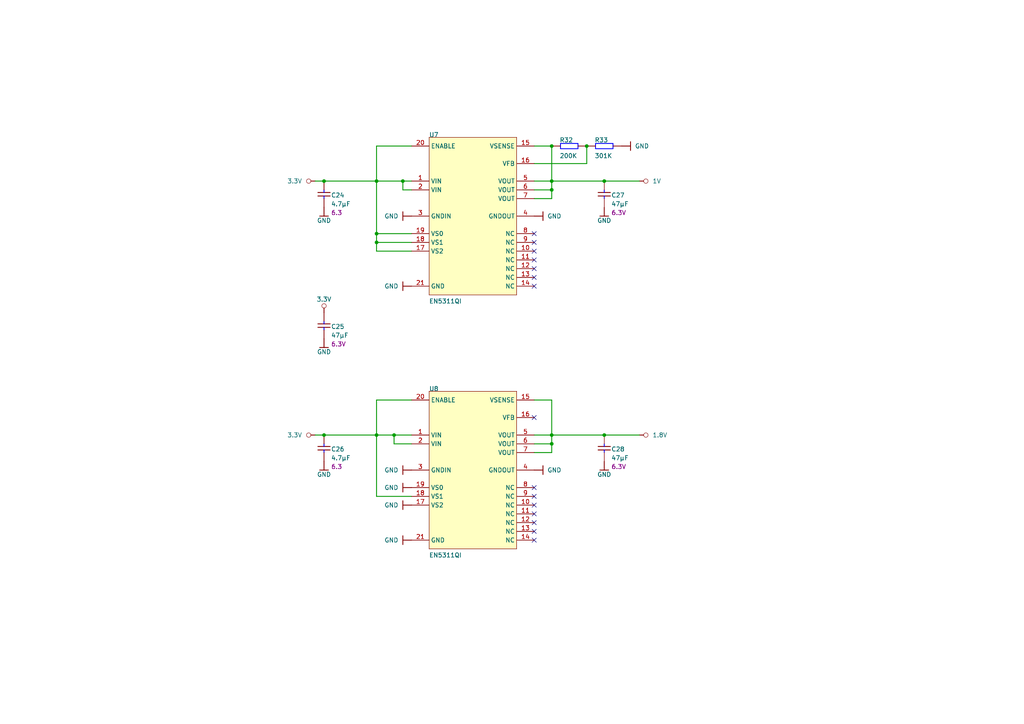
<source format=kicad_sch>
(kicad_sch (version 20230121) (generator eeschema)
  (paper "A4")
  (title_block (title "ZoM Mod A - Power") (date "12/16/2014") (rev "01"))
  (lib_symbols
    (symbol "POWER-altium-import:1.8V" (power)
      (property "Reference" "#PWR" (at 0 0 0))
      (property "Value" "1.8V" (at 0 3.81 0))
      (symbol "1.8V_0_0"
        (circle (center 0 -1.905) (radius 0.635) (stroke (width 0.127)))
        (polyline (pts (xy 0 0) (xy 0 -1.27)) (stroke (width 0.254)))
        (pin power_in line (at 0 0 0) (length 0) hide (name "1.8V") (number ""))
      )
    )
    (symbol "POWER-altium-import:1V" (power)
      (property "Reference" "#PWR" (at 0 0 0))
      (property "Value" "1V" (at 0 3.81 0))
      (symbol "1V_0_0"
        (circle (center 0 -1.905) (radius 0.635) (stroke (width 0.127)))
        (polyline (pts (xy 0 0) (xy 0 -1.27)) (stroke (width 0.254)))
        (pin power_in line (at 0 0 0) (length 0) hide (name "1V") (number ""))
      )
    )
    (symbol "POWER-altium-import:3.3V" (power)
      (property "Reference" "#PWR" (at 0 0 0))
      (property "Value" "3.3V" (at 0 3.81 0))
      (symbol "3.3V_0_0"
        (circle (center 0 -1.905) (radius 0.635) (stroke (width 0.127)))
        (polyline (pts (xy 0 0) (xy 0 -1.27)) (stroke (width 0.254)))
        (pin power_in line (at 0 0 0) (length 0) hide (name "3.3V") (number ""))
      )
    )
    (symbol "POWER-altium-import:GND" (power)
      (property "Reference" "#PWR" (at 0 0 0))
      (property "Value" "GND" (at 0 3.81 0))
      (symbol "GND_0_0"
        (polyline (pts (xy -1.27 -2.54) (xy 1.27 -2.54)) (stroke (width 0.254)))
        (polyline (pts (xy 0 0) (xy 0 -2.54)) (stroke (width 0.254)))
        (pin power_in line (at 0 0 0) (length 0) hide (name "GND") (number ""))
      )
    )
    (symbol "POWER-altium-import:root_0_CAP-NP"
      (symbol "root_0_CAP-NP_1_0"
        (polyline (pts (xy -1.778 -4.318) (xy 1.778 -4.318)) (stroke (width 0.254)))
        (polyline (pts (xy -1.778 -3.302) (xy 1.778 -3.302)) (stroke (width 0.254)))
        (polyline (pts (xy 0 -5.08) (xy 0 -4.318)) (stroke (width 0.254) (color 0 0 255 1)))
        (polyline (pts (xy 0 -2.54) (xy 0 -3.302)) (stroke (width 0.254) (color 0 0 255 1)))
        (pin passive line (at 0 0 270) (length 2.54) (name "1") (number "1"))
        (pin passive line (at 0 -7.62 90) (length 2.54) (name "2") (number "2"))
      )
    )
    (symbol "POWER-altium-import:root_0_EN5311QI"
      (symbol "root_0_EN5311QI_1_0"
        (rectangle (start 25.4 0) (end 0 -45.72) (fill (type background)))
        (pin power_in line (at -5.08 -12.7 0) (length 5.08) (name "VIN") (number "1"))
        (pin passive line (at 30.48 -33.02 180) (length 5.08) (name "NC") (number "10"))
        (pin passive line (at 30.48 -35.56 180) (length 5.08) (name "NC") (number "11"))
        (pin passive line (at 30.48 -38.1 180) (length 5.08) (name "NC") (number "12"))
        (pin passive line (at 30.48 -40.64 180) (length 5.08) (name "NC") (number "13"))
        (pin passive line (at 30.48 -43.18 180) (length 5.08) (name "NC") (number "14"))
        (pin input line (at 30.48 -2.54 180) (length 5.08) (name "VSENSE") (number "15"))
        (pin input line (at 30.48 -7.62 180) (length 5.08) (name "VFB") (number "16"))
        (pin input line (at -5.08 -33.02 0) (length 5.08) (name "VS2") (number "17"))
        (pin input line (at -5.08 -30.48 0) (length 5.08) (name "VS1") (number "18"))
        (pin input line (at -5.08 -27.94 0) (length 5.08) (name "VS0") (number "19"))
        (pin power_in line (at -5.08 -15.24 0) (length 5.08) (name "VIN") (number "2"))
        (pin input line (at -5.08 -2.54 0) (length 5.08) (name "ENABLE") (number "20"))
        (pin power_in line (at -5.08 -43.18 0) (length 5.08) (name "GND") (number "21"))
        (pin power_in line (at -5.08 -22.86 0) (length 5.08) (name "GNDIN") (number "3"))
        (pin power_in line (at 30.48 -22.86 180) (length 5.08) (name "GNDOUT") (number "4"))
        (pin power_in line (at 30.48 -12.7 180) (length 5.08) (name "VOUT") (number "5"))
        (pin power_in line (at 30.48 -15.24 180) (length 5.08) (name "VOUT") (number "6"))
        (pin power_in line (at 30.48 -17.78 180) (length 5.08) (name "VOUT") (number "7"))
        (pin passive line (at 30.48 -27.94 180) (length 5.08) (name "NC") (number "8"))
        (pin passive line (at 30.48 -30.48 180) (length 5.08) (name "NC") (number "9"))
      )
    )
    (symbol "POWER-altium-import:root_1_RES"
      (symbol "root_1_RES_1_0"
        (polyline (pts (xy 7.62 0) (xy 7.62 0.762) (xy 2.54 0.762) (xy 2.54 -0.762) (xy 7.62 -0.762) (xy 7.62 0)) (stroke (width 0.254) (color 0 0 255 1)))
        (pin passive line (at 0 0 0) (length 2.54) (name "1") (number "1"))
        (pin passive line (at 10.16 0 180) (length 2.54) (name "2") (number "2"))
      )
    )
  )
  (junction (at 109.22 70.3072))
  (junction (at 109.22 67.7672))
  (junction (at 160.02 128.7272))
  (junction (at 109.22 52.5272))
  (junction (at 93.98 52.5272))
  (junction (at 160.02 55.0672))
  (junction (at 160.02 126.1872))
  (junction (at 160.02 42.3672))
  (junction (at 93.98 126.1872))
  (junction (at 114.3 126.1872))
  (junction (at 175.26 126.1872))
  (junction (at 175.26 52.5272))
  (junction (at 160.02 52.5272))
  (junction (at 109.22 126.1872))
  (junction (at 170.18 42.3672))
  (junction (at 116.84 52.5272))
  (no_connect (at 154.94 80.4672))
  (no_connect (at 154.94 149.0472))
  (no_connect (at 154.94 67.7672))
  (no_connect (at 154.94 77.9272))
  (no_connect (at 154.94 146.5072))
  (no_connect (at 154.94 143.9672))
  (no_connect (at 154.94 156.6672))
  (no_connect (at 154.94 154.1272))
  (no_connect (at 154.94 83.0072))
  (no_connect (at 154.94 75.3872))
  (no_connect (at 154.94 141.4272))
  (no_connect (at 154.94 121.1072))
  (no_connect (at 154.94 70.3072))
  (no_connect (at 154.94 151.5872))
  (no_connect (at 154.94 72.8472))
  (wire (pts (xy 109.22 126.1872) (xy 93.98 126.1872)) (stroke (width 0.254)))
  (wire (pts (xy 116.84 52.5272) (xy 109.22 52.5272)) (stroke (width 0.254)))
  (wire (pts (xy 154.94 42.3672) (xy 160.02 42.3672)) (stroke (width 0.254)))
  (wire (pts (xy 160.02 131.2672) (xy 160.02 128.7272)) (stroke (width 0.254)))
  (wire (pts (xy 119.38 116.0272) (xy 109.22 116.0272)) (stroke (width 0.254)))
  (wire (pts (xy 109.22 52.5272) (xy 93.98 52.5272)) (stroke (width 0.254)))
  (wire (pts (xy 175.26 126.1872) (xy 160.02 126.1872)) (stroke (width 0.254)))
  (wire (pts (xy 160.02 52.5272) (xy 175.26 52.5272)) (stroke (width 0.254)))
  (wire (pts (xy 119.38 128.7272) (xy 114.3 128.7272)) (stroke (width 0.254)))
  (wire (pts (xy 119.38 42.3672) (xy 109.22 42.3672)) (stroke (width 0.254)))
  (wire (pts (xy 119.38 52.5272) (xy 116.84 52.5272)) (stroke (width 0.254)))
  (wire (pts (xy 93.98 52.5272) (xy 91.44 52.5272)) (stroke (width 0.254)))
  (wire (pts (xy 154.94 116.0272) (xy 160.02 116.0272)) (stroke (width 0.254)))
  (wire (pts (xy 119.38 67.7672) (xy 109.22 67.7672)) (stroke (width 0.254)))
  (wire (pts (xy 185.42 126.1872) (xy 175.26 126.1872)) (stroke (width 0.254)))
  (wire (pts (xy 119.38 72.8472) (xy 109.22 72.8472)) (stroke (width 0.254)))
  (wire (pts (xy 114.3 128.7272) (xy 114.3 126.1872)) (stroke (width 0.254)))
  (wire (pts (xy 160.02 42.3672) (xy 160.02 52.5272)) (stroke (width 0.254)))
  (wire (pts (xy 154.94 128.7272) (xy 160.02 128.7272)) (stroke (width 0.254)))
  (wire (pts (xy 175.26 52.5272) (xy 185.42 52.5272)) (stroke (width 0.254)))
  (wire (pts (xy 160.02 116.0272) (xy 160.02 126.1872)) (stroke (width 0.254)))
  (wire (pts (xy 109.22 42.3672) (xy 109.22 52.5272)) (stroke (width 0.254)))
  (wire (pts (xy 154.94 55.0672) (xy 160.02 55.0672)) (stroke (width 0.254)))
  (wire (pts (xy 119.38 55.0672) (xy 116.84 55.0672)) (stroke (width 0.254)))
  (wire (pts (xy 119.38 126.1872) (xy 114.3 126.1872)) (stroke (width 0.254)))
  (wire (pts (xy 93.98 126.1872) (xy 91.44 126.1872)) (stroke (width 0.254)))
  (wire (pts (xy 154.94 131.2672) (xy 160.02 131.2672)) (stroke (width 0.254)))
  (wire (pts (xy 170.18 47.4472) (xy 170.18 42.3672)) (stroke (width 0.254)))
  (wire (pts (xy 109.22 116.0272) (xy 109.22 126.1872)) (stroke (width 0.254)))
  (wire (pts (xy 160.02 128.7272) (xy 160.02 126.1872)) (stroke (width 0.254)))
  (wire (pts (xy 154.94 126.1872) (xy 160.02 126.1872)) (stroke (width 0.254)))
  (wire (pts (xy 116.84 55.0672) (xy 116.84 52.5272)) (stroke (width 0.254)))
  (wire (pts (xy 109.22 143.9672) (xy 109.22 126.1872)) (stroke (width 0.254)))
  (wire (pts (xy 109.22 70.3072) (xy 109.22 67.7672)) (stroke (width 0.254)))
  (wire (pts (xy 109.22 67.7672) (xy 109.22 52.5272)) (stroke (width 0.254)))
  (wire (pts (xy 160.02 57.6072) (xy 160.02 55.0672)) (stroke (width 0.254)))
  (wire (pts (xy 119.38 143.9672) (xy 109.22 143.9672)) (stroke (width 0.254)))
  (wire (pts (xy 154.94 57.6072) (xy 160.02 57.6072)) (stroke (width 0.254)))
  (wire (pts (xy 114.3 126.1872) (xy 109.22 126.1872)) (stroke (width 0.254)))
  (wire (pts (xy 109.22 70.3072) (xy 119.38 70.3072)) (stroke (width 0.254)))
  (wire (pts (xy 109.22 72.8472) (xy 109.22 70.3072)) (stroke (width 0.254)))
  (wire (pts (xy 154.94 52.5272) (xy 160.02 52.5272)) (stroke (width 0.254)))
  (wire (pts (xy 160.02 55.0672) (xy 160.02 52.5272)) (stroke (width 0.254)))
  (wire (pts (xy 154.94 47.4472) (xy 170.18 47.4472)) (stroke (width 0.254)))
  (symbol (lib_id "POWER-altium-import:1V") (at 185.42 52.5272 90) (unit 1)
    (property "Reference" "#PWR?" (effects hide))
    (property "Value" "1V" (at 189.23 52.5272 90) (effects (justify right)))
  )
  (symbol (lib_id "POWER-altium-import:GND") (at 119.38 146.5072 270) (unit 1)
    (property "Reference" "#PWR?" (effects hide))
    (property "Value" "GND" (at 115.57 146.5072 90) (effects (justify right)))
  )
  (symbol (lib_id "POWER-altium-import:GND") (at 119.38 83.0072 270) (unit 1)
    (property "Reference" "#PWR?" (effects hide))
    (property "Value" "GND" (at 115.57 83.0072 90) (effects (justify right)))
  )
  (symbol (lib_id "POWER-altium-import:GND") (at 180.34 42.3672 90) (unit 1)
    (property "Reference" "#PWR?" (effects hide))
    (property "Value" "GND" (at 184.15 42.3672 90) (effects (justify right)))
  )
  (symbol (lib_id "POWER-altium-import:root_0_EN5311QI") (at 124.46 113.4872 0) (unit 1)
    (property "Reference" "U8" (at 124.46 113.4872 0) (effects (justify left bottom)))
    (property "Value" "EN5311QI" (at 124.46 161.7472 0) (effects (justify left bottom)))
    (property "Footprint" "EN5311QI" (effects hide))
    (property "AN" "25492" (effects hide))
    (property "CASE" "QFN20" (effects hide))
    (property "MIXED" "SMT" (effects hide))
    (property "TRENZ-STOCK" "Yes" (effects hide))
    (property "HELPURL" "B~{:}A~{D}adli~{b}datashee~{t}EN5311QI" (effects hide))
    (property "PREFERRED" "Yes" (effects hide))
  )
  (symbol (lib_id "POWER-altium-import:3.3V") (at 91.44 126.1872 270) (unit 1)
    (property "Reference" "#PWR?" (effects hide))
    (property "Value" "3.3V" (at 87.63 126.1872 90) (effects (justify right)))
  )
  (symbol (lib_id "POWER-altium-import:GND") (at 154.94 136.3472 90) (unit 1)
    (property "Reference" "#PWR?" (effects hide))
    (property "Value" "GND" (at 158.75 136.3472 90) (effects (justify right)))
  )
  (symbol (lib_id "POWER-altium-import:GND") (at 119.38 62.6872 270) (unit 1)
    (property "Reference" "#PWR?" (effects hide))
    (property "Value" "GND" (at 115.57 62.6872 90) (effects (justify right)))
  )
  (symbol (lib_id "POWER-altium-import:GND") (at 119.38 156.6672 270) (unit 1)
    (property "Reference" "#PWR?" (effects hide))
    (property "Value" "GND" (at 115.57 156.6672 90) (effects (justify right)))
  )
  (symbol (lib_id "POWER-altium-import:root_0_CAP-NP") (at 175.26 126.1872 0) (unit 1)
    (property "Reference" "C28" (at 177.292 131.0132 0) (effects (justify left bottom)))
    (property "Value" "47µF" (at 177.292 133.5532 0) (effects (justify left bottom)))
    (property "Footprint" "CAPC3216X180N" (effects hide))
    (property "AN" "24557" (effects hide))
    (property "VOLTAGE" "6.3V" (at 177.292 136.0932 0) (effects (justify left bottom)))
    (property "TECHNOLOGY" "X5R" (effects hide))
    (property "CASE" "3216 (1206)" (effects hide))
    (property "TOLERANCE" "20%" (effects hide))
    (property "MIXED" "SMT" (effects hide))
    (property "ALTIUM_VALUE" "47u" (effects hide))
    (property "PREFERRED" "Yes" (effects hide))
  )
  (symbol (lib_id "POWER-altium-import:1.8V") (at 185.42 126.1872 90) (unit 1)
    (property "Reference" "#PWR?" (effects hide))
    (property "Value" "1.8V" (at 189.23 126.1872 90) (effects (justify right)))
  )
  (symbol (lib_id "POWER-altium-import:GND") (at 175.26 60.1472 0) (unit 1)
    (property "Reference" "#PWR?" (effects hide))
    (property "Value" "GND" (at 175.26 63.9572 0))
  )
  (symbol (lib_id "POWER-altium-import:GND") (at 119.38 136.3472 270) (unit 1)
    (property "Reference" "#PWR?" (effects hide))
    (property "Value" "GND" (at 115.57 136.3472 90) (effects (justify right)))
  )
  (symbol (lib_id "POWER-altium-import:GND") (at 175.26 133.8072 0) (unit 1)
    (property "Reference" "#PWR?" (effects hide))
    (property "Value" "GND" (at 175.26 137.6172 0))
  )
  (symbol (lib_id "POWER-altium-import:GND") (at 93.98 133.8072 0) (unit 1)
    (property "Reference" "#PWR?" (effects hide))
    (property "Value" "GND" (at 93.98 137.6172 0))
  )
  (symbol (lib_id "POWER-altium-import:GND") (at 154.94 62.6872 90) (unit 1)
    (property "Reference" "#PWR?" (effects hide))
    (property "Value" "GND" (at 158.75 62.6872 90) (effects (justify right)))
  )
  (symbol (lib_id "POWER-altium-import:root_1_RES") (at 160.02 42.3672 0) (unit 1)
    (property "Reference" "R32" (at 162.306 41.3512 0) (effects (justify left bottom)))
    (property "Value" "200K" (at 162.306 45.9232 0) (effects (justify left bottom)))
    (property "Footprint" "RESC1005X40N" (effects hide))
    (property "AN" "23846" (effects hide))
    (property "CASE" "1005 (0402)" (effects hide))
    (property "MIXED" "SMT" (effects hide))
    (property "ALTIUM_VALUE" "200K" (effects hide))
    (property "PREFERRED" "Yes" (effects hide))
  )
  (symbol (lib_id "POWER-altium-import:root_0_EN5311QI") (at 124.46 39.8272 0) (unit 1)
    (property "Reference" "U7" (at 124.46 39.8272 0) (effects (justify left bottom)))
    (property "Value" "EN5311QI" (at 124.46 88.0872 0) (effects (justify left bottom)))
    (property "Footprint" "EN5311QI" (effects hide))
    (property "AN" "25492" (effects hide))
    (property "CASE" "QFN20" (effects hide))
    (property "MIXED" "SMT" (effects hide))
    (property "TRENZ-STOCK" "Yes" (effects hide))
    (property "HELPURL" "B~{:}A~{D}adli~{b}datashee~{t}EN5311QI" (effects hide))
    (property "PREFERRED" "Yes" (effects hide))
  )
  (symbol (lib_id "POWER-altium-import:GND") (at 119.38 141.4272 270) (unit 1)
    (property "Reference" "#PWR?" (effects hide))
    (property "Value" "GND" (at 115.57 141.4272 90) (effects (justify right)))
  )
  (symbol (lib_id "POWER-altium-import:3.3V") (at 93.98 90.6272 180) (unit 1)
    (property "Reference" "#PWR?" (effects hide))
    (property "Value" "3.3V" (at 93.98 86.8172 0))
  )
  (symbol (lib_id "POWER-altium-import:root_0_CAP-NP") (at 93.98 126.1872 0) (unit 1)
    (property "Reference" "C26" (at 96.012 131.0132 0) (effects (justify left bottom)))
    (property "Value" "4.7µF" (at 96.012 133.5532 0) (effects (justify left bottom)))
    (property "Footprint" "CAPC1005X60N" (effects hide))
    (property "AN" "24719" (effects hide))
    (property "VOLTAGE" "6.3" (at 96.012 136.0932 0) (effects (justify left bottom)))
    (property "TECHNOLOGY" "X5R" (effects hide))
    (property "CASE" "1005 (0402)" (effects hide))
    (property "MIXED" "SMT" (effects hide))
    (property "ALTIUM_VALUE" "4.7u" (effects hide))
    (property "PREFERRED" "Yes" (effects hide))
  )
  (symbol (lib_id "POWER-altium-import:3.3V") (at 91.44 52.5272 270) (unit 1)
    (property "Reference" "#PWR?" (effects hide))
    (property "Value" "3.3V" (at 87.63 52.5272 90) (effects (justify right)))
  )
  (symbol (lib_id "POWER-altium-import:GND") (at 93.98 98.2472 0) (unit 1)
    (property "Reference" "#PWR?" (effects hide))
    (property "Value" "GND" (at 93.98 102.0572 0))
  )
  (symbol (lib_id "POWER-altium-import:root_0_CAP-NP") (at 93.98 90.6272 0) (unit 1)
    (property "Reference" "C25" (at 96.012 95.4532 0) (effects (justify left bottom)))
    (property "Value" "47µF" (at 96.012 97.9932 0) (effects (justify left bottom)))
    (property "Footprint" "CAPC3216X180N" (effects hide))
    (property "AN" "24557" (effects hide))
    (property "VOLTAGE" "6.3V" (at 96.012 100.5332 0) (effects (justify left bottom)))
    (property "TECHNOLOGY" "X5R" (effects hide))
    (property "CASE" "3216 (1206)" (effects hide))
    (property "TOLERANCE" "20%" (effects hide))
    (property "MIXED" "SMT" (effects hide))
    (property "ALTIUM_VALUE" "47u" (effects hide))
    (property "PREFERRED" "Yes" (effects hide))
  )
  (symbol (lib_id "POWER-altium-import:root_1_RES") (at 170.18 42.3672 0) (unit 1)
    (property "Reference" "R33" (at 172.466 41.3512 0) (effects (justify left bottom)))
    (property "Value" "301K" (at 172.466 45.9232 0) (effects (justify left bottom)))
    (property "Footprint" "RESC1005X40N" (effects hide))
    (property "AN" "26224" (effects hide))
    (property "TOLERANCE" "1%" (effects hide))
    (property "CASE" "1005 (0402)" (effects hide))
    (property "MIXED" "SMT" (effects hide))
    (property "ALTIUM_VALUE" "301k" (effects hide))
  )
  (symbol (lib_id "POWER-altium-import:GND") (at 93.98 60.1472 0) (unit 1)
    (property "Reference" "#PWR?" (effects hide))
    (property "Value" "GND" (at 93.98 63.9572 0))
  )
  (symbol (lib_id "POWER-altium-import:root_0_CAP-NP") (at 93.98 52.5272 0) (unit 1)
    (property "Reference" "C24" (at 96.012 57.3532 0) (effects (justify left bottom)))
    (property "Value" "4.7µF" (at 96.012 59.8932 0) (effects (justify left bottom)))
    (property "Footprint" "CAPC1005X60N" (effects hide))
    (property "AN" "24719" (effects hide))
    (property "VOLTAGE" "6.3" (at 96.012 62.4332 0) (effects (justify left bottom)))
    (property "TECHNOLOGY" "X5R" (effects hide))
    (property "CASE" "1005 (0402)" (effects hide))
    (property "MIXED" "SMT" (effects hide))
    (property "ALTIUM_VALUE" "4.7u" (effects hide))
    (property "PREFERRED" "Yes" (effects hide))
  )
  (symbol (lib_id "POWER-altium-import:root_0_CAP-NP") (at 175.26 52.5272 0) (unit 1)
    (property "Reference" "C27" (at 177.292 57.3532 0) (effects (justify left bottom)))
    (property "Value" "47µF" (at 177.292 59.8932 0) (effects (justify left bottom)))
    (property "Footprint" "CAPC3216X180N" (effects hide))
    (property "AN" "24557" (effects hide))
    (property "VOLTAGE" "6.3V" (at 177.292 62.4332 0) (effects (justify left bottom)))
    (property "TECHNOLOGY" "X5R" (effects hide))
    (property "CASE" "3216 (1206)" (effects hide))
    (property "TOLERANCE" "20%" (effects hide))
    (property "MIXED" "SMT" (effects hide))
    (property "ALTIUM_VALUE" "47u" (effects hide))
    (property "PREFERRED" "Yes" (effects hide))
  )
)
</source>
